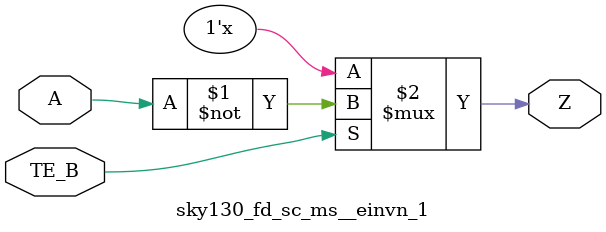
<source format=v>
/*
 * Copyright 2020 The SkyWater PDK Authors
 *
 * Licensed under the Apache License, Version 2.0 (the "License");
 * you may not use this file except in compliance with the License.
 * You may obtain a copy of the License at
 *
 *     https://www.apache.org/licenses/LICENSE-2.0
 *
 * Unless required by applicable law or agreed to in writing, software
 * distributed under the License is distributed on an "AS IS" BASIS,
 * WITHOUT WARRANTIES OR CONDITIONS OF ANY KIND, either express or implied.
 * See the License for the specific language governing permissions and
 * limitations under the License.
 *
 * SPDX-License-Identifier: Apache-2.0
*/


`ifndef SKY130_FD_SC_MS__EINVN_1_FUNCTIONAL_V
`define SKY130_FD_SC_MS__EINVN_1_FUNCTIONAL_V

/**
 * einvn: Tri-state inverter, negative enable.
 *
 * Verilog simulation functional model.
 */

`timescale 1ns / 1ps
`default_nettype none

`celldefine
module sky130_fd_sc_ms__einvn_1 (
    Z   ,
    A   ,
    TE_B
);

    // Module ports
    output Z   ;
    input  A   ;
    input  TE_B;

    //     Name     Output  Other arguments
    notif0 notif00 (Z     , A, TE_B        );

endmodule
`endcelldefine

`default_nettype wire
`endif  // SKY130_FD_SC_MS__EINVN_1_FUNCTIONAL_V

</source>
